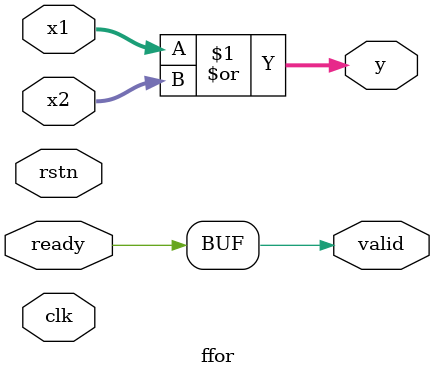
<source format=sv>
module ffor (
    input wire [31:0] x1,
    input wire [31:0] x2,
    output wire [31:0] y,
    input wire ready,
    output wire valid,
    input wire clk,
    input wire rstn );

    assign valid = ready;
    assign y = x1 | x2;

endmodule

</source>
